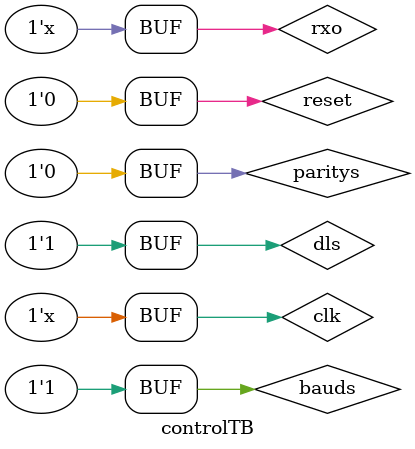
<source format=v>
module controlTB();
	reg clk, reset, paritys, bauds, dls, rxo;
	wire txo, lcdeo;
	wire [9:0] lcdo;
	wire [2:0] led;

	
	control tb(.clk(clk), .reset(reset), .paritys(paritys), .bauds(bauds), .dls(dls), .rxo(rxo), .txo(txo), .lcdo(lcdo), .lcdeo(lcdeo), .led(led));
	
	
	initial
	begin
		reset <=1;
		clk <= 1;
		paritys <=0; 
		bauds <= 1;
		dls <= 1;
		rxo <= 1;
		#200 reset <= 0;
	end
	
	always #1 clk <= ~clk;
	
	always #868 rxo <= ~rxo;
		
endmodule
</source>
